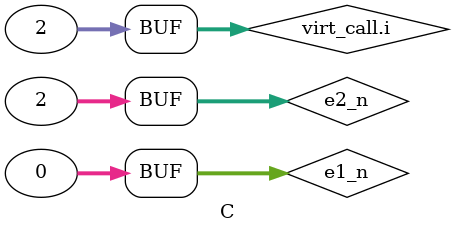
<source format=sv>

module B_top // "b_mod"
(
);


//------------------------------------------------------------------------------
// Child module instances

C c_mod
(

);

endmodule



//==============================================================================
//
// Module: C (test_virtual4.cpp:72:5)
//
module C // "b_mod.c_mod"
(
);

// Variables generated for SystemC signals

//------------------------------------------------------------------------------
// Method process: virt_call (test_virtual4.cpp:47:5) 

// Process-local variables
logic signed [31:0] e1_n;
logic signed [31:0] e2_n;

always_comb 
begin : virt_call     // test_virtual4.cpp:47:5
    integer i;
    // Call g() begin
    e1_n = 0;
    // Call g() end
    // Call d() begin
    i = 2;
    // Call g() begin
    e2_n = i;
    // Call g() end
    // Call d() end
end

endmodule



</source>
